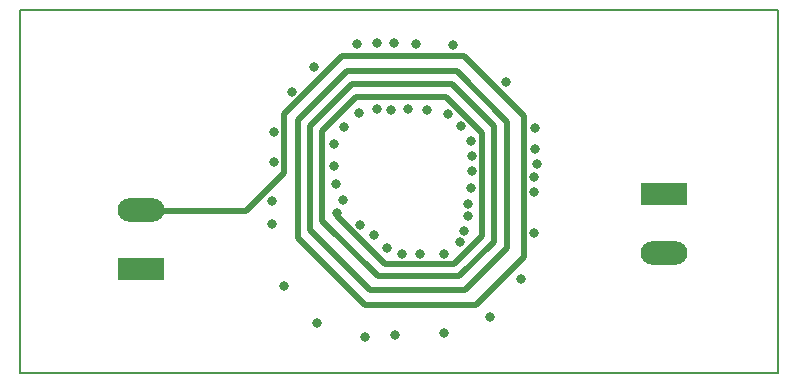
<source format=gbr>
%TF.GenerationSoftware,KiCad,Pcbnew,(6.0.9)*%
%TF.CreationDate,2022-11-24T21:30:43+02:00*%
%TF.ProjectId,transformer,7472616e-7366-46f7-926d-65722e6b6963,rev?*%
%TF.SameCoordinates,Original*%
%TF.FileFunction,Copper,L2,Inr*%
%TF.FilePolarity,Positive*%
%FSLAX46Y46*%
G04 Gerber Fmt 4.6, Leading zero omitted, Abs format (unit mm)*
G04 Created by KiCad (PCBNEW (6.0.9)) date 2022-11-24 21:30:43*
%MOMM*%
%LPD*%
G01*
G04 APERTURE LIST*
%TA.AperFunction,Profile*%
%ADD10C,0.150000*%
%TD*%
%TA.AperFunction,ComponentPad*%
%ADD11R,3.960000X1.980000*%
%TD*%
%TA.AperFunction,ComponentPad*%
%ADD12O,3.960000X1.980000*%
%TD*%
%TA.AperFunction,ViaPad*%
%ADD13C,0.800000*%
%TD*%
%TA.AperFunction,Conductor*%
%ADD14C,0.500000*%
%TD*%
G04 APERTURE END LIST*
D10*
X102514400Y-135915400D02*
X166674800Y-135915400D01*
X166674800Y-135915400D02*
X166674800Y-166624000D01*
X166674800Y-166624000D02*
X102514400Y-166624000D01*
X102514400Y-166624000D02*
X102514400Y-135915400D01*
D11*
%TO.N,Net-(J2-Pad1)*%
%TO.C,J2*%
X157048200Y-151434800D03*
D12*
X157048200Y-156434800D03*
%TD*%
D11*
%TO.N,Net-(J1-Pad1)*%
%TO.C,J1*%
X112750600Y-157810200D03*
D12*
X112750600Y-152810200D03*
%TD*%
D13*
%TO.N,Net-(J2-Pad1)*%
X140462000Y-153365200D03*
X146050000Y-154736800D03*
X140081000Y-154584400D03*
X139750800Y-155524200D03*
X142341600Y-161848800D03*
X138404600Y-156514800D03*
X138404600Y-163245800D03*
X136372600Y-156554300D03*
X134289800Y-163449000D03*
X124841000Y-159232600D03*
X129895600Y-151942800D03*
X131749800Y-163576000D03*
X123875800Y-152069800D03*
X134874000Y-156514800D03*
X133629400Y-156006800D03*
X129068700Y-149123400D03*
X129311400Y-150596600D03*
X129133600Y-147243800D03*
X124042300Y-146202400D03*
X125523012Y-142795012D03*
X127660400Y-162407600D03*
X129971800Y-145796000D03*
X124042300Y-148767800D03*
X123875800Y-154025600D03*
X127431800Y-140716000D03*
X131296388Y-154098012D03*
X131241800Y-144653000D03*
X144983200Y-158699200D03*
X131089400Y-138734800D03*
X132715000Y-144297400D03*
X132461000Y-154965400D03*
X134162800Y-138684000D03*
X135382000Y-144297400D03*
X133908800Y-144348200D03*
X136067800Y-138785600D03*
X136956800Y-144373600D03*
X139192000Y-138887200D03*
X132765800Y-138684000D03*
X143637000Y-141986000D03*
X138785600Y-144678400D03*
X146126200Y-145897600D03*
X139874012Y-145723588D03*
X140716000Y-146989800D03*
X146151600Y-147650200D03*
X140780900Y-148285200D03*
X146304000Y-148945600D03*
X140780900Y-149504400D03*
X140716000Y-150926800D03*
X146035900Y-151282400D03*
X140487400Y-152323800D03*
X146075400Y-150063200D03*
%TO.N,Net-(J1-Pad1)*%
X129336800Y-153085800D03*
%TD*%
D14*
%TO.N,Net-(J1-Pad1)*%
X129336800Y-153339800D02*
X129336800Y-153085800D01*
X133400800Y-157403800D02*
X129336800Y-153339800D01*
X141630400Y-155016200D02*
X139242800Y-157403800D01*
X141630400Y-146278600D02*
X141630400Y-155016200D01*
X138633200Y-143281400D02*
X141630400Y-146278600D01*
X131013200Y-143281400D02*
X138633200Y-143281400D01*
X128117600Y-146177000D02*
X131013200Y-143281400D01*
X128117600Y-153746200D02*
X128117600Y-146177000D01*
X132816600Y-158445200D02*
X128117600Y-153746200D01*
X142646400Y-145719800D02*
X142646400Y-155524200D01*
X127101600Y-145694400D02*
X130606800Y-142189200D01*
X132181600Y-159639000D02*
X127101600Y-154559000D01*
X143789400Y-156057600D02*
X140208000Y-159639000D01*
X143789400Y-145389600D02*
X143789400Y-156057600D01*
X139496800Y-141097000D02*
X143789400Y-145389600D01*
X130175000Y-141097000D02*
X139496800Y-141097000D01*
X127101600Y-154559000D02*
X127101600Y-145694400D01*
X126085600Y-155219400D02*
X126085600Y-145186400D01*
X141147800Y-160832800D02*
X131699000Y-160832800D01*
X140208000Y-159639000D02*
X132181600Y-159639000D01*
X145186400Y-156794200D02*
X141147800Y-160832800D01*
X129794000Y-139801600D02*
X140081000Y-139801600D01*
X121662200Y-152911800D02*
X124917200Y-149656800D01*
X140081000Y-139801600D02*
X145186400Y-144907000D01*
X112852200Y-152911800D02*
X121662200Y-152911800D01*
X112750600Y-152810200D02*
X112852200Y-152911800D01*
X145186400Y-144907000D02*
X145186400Y-156794200D01*
X139725400Y-158445200D02*
X132816600Y-158445200D01*
X139115800Y-142189200D02*
X142646400Y-145719800D01*
X124917200Y-149656800D02*
X124917200Y-144678400D01*
X131699000Y-160832800D02*
X126085600Y-155219400D01*
X142646400Y-155524200D02*
X139725400Y-158445200D01*
X126085600Y-145186400D02*
X130175000Y-141097000D01*
X139242800Y-157403800D02*
X133400800Y-157403800D01*
X124917200Y-144678400D02*
X129794000Y-139801600D01*
X130606800Y-142189200D02*
X139115800Y-142189200D01*
%TD*%
M02*

</source>
